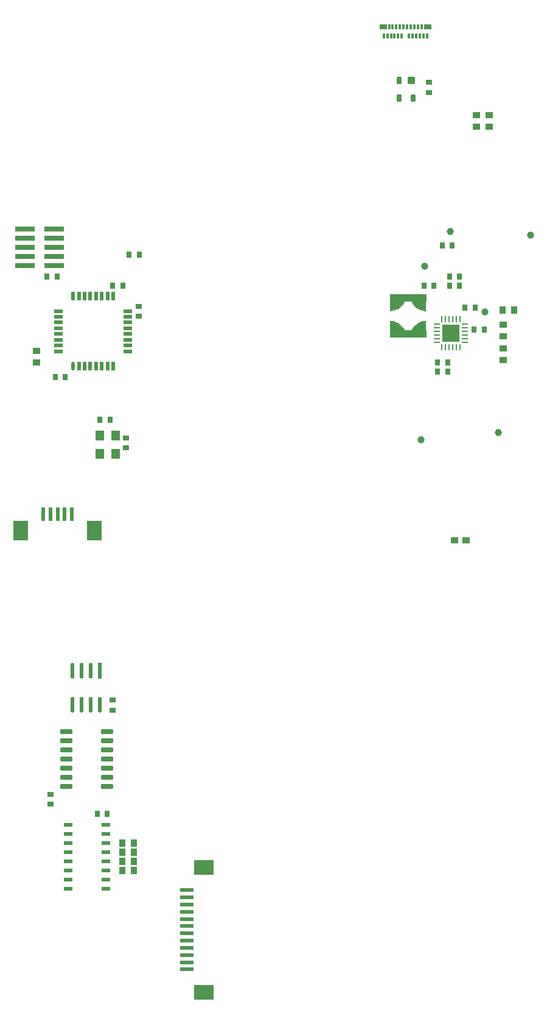
<source format=gtp>
G04*
G04 #@! TF.GenerationSoftware,Altium Limited,CircuitStudio,1.5.2 (30)*
G04*
G04 Layer_Color=7318015*
%FSLAX25Y25*%
%MOIN*%
G70*
G01*
G75*
%ADD12C,0.00394*%
%ADD14C,0.03937*%
%ADD15R,0.03937X0.02756*%
%ADD16R,0.01181X0.02756*%
%ADD17R,0.09646X0.09646*%
%ADD18O,0.03543X0.00984*%
%ADD19O,0.00984X0.03543*%
%ADD20R,0.20276X0.03937*%
%ADD21R,0.02756X0.03543*%
%ADD22R,0.03937X0.03543*%
%ADD23R,0.03543X0.03937*%
%ADD24R,0.03543X0.02756*%
%ADD25R,0.04724X0.05512*%
G04:AMPARAMS|DCode=26|XSize=21.65mil|YSize=49.21mil|CornerRadius=1.95mil|HoleSize=0mil|Usage=FLASHONLY|Rotation=90.000|XOffset=0mil|YOffset=0mil|HoleType=Round|Shape=RoundedRectangle|*
%AMROUNDEDRECTD26*
21,1,0.02165,0.04532,0,0,90.0*
21,1,0.01776,0.04921,0,0,90.0*
1,1,0.00390,0.02266,0.00888*
1,1,0.00390,0.02266,-0.00888*
1,1,0.00390,-0.02266,-0.00888*
1,1,0.00390,-0.02266,0.00888*
%
%ADD26ROUNDEDRECTD26*%
G04:AMPARAMS|DCode=27|XSize=25.59mil|YSize=64.96mil|CornerRadius=1.92mil|HoleSize=0mil|Usage=FLASHONLY|Rotation=270.000|XOffset=0mil|YOffset=0mil|HoleType=Round|Shape=RoundedRectangle|*
%AMROUNDEDRECTD27*
21,1,0.02559,0.06112,0,0,270.0*
21,1,0.02175,0.06496,0,0,270.0*
1,1,0.00384,-0.03056,-0.01088*
1,1,0.00384,-0.03056,0.01088*
1,1,0.00384,0.03056,0.01088*
1,1,0.00384,0.03056,-0.01088*
%
%ADD27ROUNDEDRECTD27*%
%ADD28O,0.01969X0.04724*%
%ADD29R,0.01969X0.04724*%
%ADD30R,0.04724X0.01969*%
%ADD31R,0.04134X0.03740*%
G04:AMPARAMS|DCode=32|XSize=39.37mil|YSize=39.37mil|CornerRadius=1.97mil|HoleSize=0mil|Usage=FLASHONLY|Rotation=0.000|XOffset=0mil|YOffset=0mil|HoleType=Round|Shape=RoundedRectangle|*
%AMROUNDEDRECTD32*
21,1,0.03937,0.03543,0,0,0.0*
21,1,0.03543,0.03937,0,0,0.0*
1,1,0.00394,0.01772,-0.01772*
1,1,0.00394,-0.01772,-0.01772*
1,1,0.00394,-0.01772,0.01772*
1,1,0.00394,0.01772,0.01772*
%
%ADD32ROUNDEDRECTD32*%
G04:AMPARAMS|DCode=33|XSize=23.62mil|YSize=39.37mil|CornerRadius=2.01mil|HoleSize=0mil|Usage=FLASHONLY|Rotation=0.000|XOffset=0mil|YOffset=0mil|HoleType=Round|Shape=RoundedRectangle|*
%AMROUNDEDRECTD33*
21,1,0.02362,0.03535,0,0,0.0*
21,1,0.01961,0.03937,0,0,0.0*
1,1,0.00402,0.00980,-0.01768*
1,1,0.00402,-0.00980,-0.01768*
1,1,0.00402,-0.00980,0.01768*
1,1,0.00402,0.00980,0.01768*
%
%ADD33ROUNDEDRECTD33*%
%ADD34R,0.02303X0.08559*%
G04:AMPARAMS|DCode=35|XSize=85.59mil|YSize=23.03mil|CornerRadius=11.51mil|HoleSize=0mil|Usage=FLASHONLY|Rotation=270.000|XOffset=0mil|YOffset=0mil|HoleType=Round|Shape=RoundedRectangle|*
%AMROUNDEDRECTD35*
21,1,0.08559,0.00000,0,0,270.0*
21,1,0.06257,0.02303,0,0,270.0*
1,1,0.02303,0.00000,-0.03128*
1,1,0.02303,0.00000,0.03128*
1,1,0.02303,0.00000,0.03128*
1,1,0.02303,0.00000,-0.03128*
%
%ADD35ROUNDEDRECTD35*%
%ADD36R,0.10984X0.02913*%
%ADD37R,0.02362X0.07480*%
%ADD38R,0.08268X0.11024*%
%ADD39R,0.11024X0.08268*%
%ADD40R,0.07480X0.02362*%
G36*
X240441Y431984D02*
X231604Y432405D01*
X232100Y434700D01*
X233100Y436700D01*
X235650Y439250D01*
X238400Y440500D01*
X240441Y440646D01*
Y431984D01*
D02*
G37*
G36*
X222600Y440500D02*
X225350Y439250D01*
X227900Y436700D01*
X228900Y434700D01*
X229396Y432405D01*
X220559Y431984D01*
Y440646D01*
X222600Y440500D01*
D02*
G37*
G36*
X240441Y446354D02*
X238400Y446500D01*
X235650Y447750D01*
X233100Y450300D01*
X232100Y452300D01*
X231604Y454595D01*
X240441Y455016D01*
Y446354D01*
D02*
G37*
G36*
X229396Y454595D02*
X228900Y452300D01*
X227900Y450300D01*
X225350Y447750D01*
X222600Y446500D01*
X220559Y446354D01*
Y455016D01*
X229396Y454595D01*
D02*
G37*
D12*
X231741Y433453D02*
X231604Y432405D01*
X240441Y440646D02*
X239423Y440587D01*
X238419Y440412D01*
X237442Y440123D01*
X236504Y439723D01*
X235618Y439218D01*
X234797Y438615D01*
X234050Y437921D01*
X233387Y437146D01*
X232818Y436300D01*
X232350Y435395D01*
X231990Y434441D01*
X231741Y433453D01*
X229396Y432405D02*
X229266Y433419D01*
X229020Y434411D01*
X228661Y435369D01*
X228195Y436278D01*
X227626Y437128D01*
X226964Y437907D01*
X226217Y438604D01*
X225394Y439210D01*
X224506Y439718D01*
X223566Y440120D01*
X222586Y440411D01*
X221580Y440587D01*
X220559Y440646D01*
Y446354D02*
X221580Y446413D01*
X222586Y446590D01*
X223566Y446880D01*
X224506Y447282D01*
X225394Y447790D01*
X226217Y448396D01*
X226964Y449093D01*
X227626Y449872D01*
X228195Y450722D01*
X228661Y451631D01*
X229020Y452589D01*
X229266Y453581D01*
X229396Y454595D01*
X231604D02*
X231734Y453581D01*
X231980Y452589D01*
X232339Y451631D01*
X232805Y450722D01*
X233374Y449872D01*
X234036Y449093D01*
X234784Y448396D01*
X235606Y447790D01*
X236494Y447282D01*
X237434Y446880D01*
X238414Y446590D01*
X239420Y446413D01*
X240441Y446354D01*
D14*
X237500Y375500D02*
D03*
X272500Y445500D02*
D03*
X239500Y470500D02*
D03*
X253500Y489500D02*
D03*
X297500Y487500D02*
D03*
X280000Y379500D02*
D03*
D15*
X216795Y601776D02*
D03*
X241205D02*
D03*
D16*
X237858D02*
D03*
X235890D02*
D03*
X233921D02*
D03*
X231953D02*
D03*
X229984D02*
D03*
X228016D02*
D03*
X226047D02*
D03*
X224079D02*
D03*
X222110D02*
D03*
X220142D02*
D03*
X217189Y596658D02*
D03*
X219158D02*
D03*
X221126D02*
D03*
X223095D02*
D03*
X225063D02*
D03*
X227031D02*
D03*
X230968D02*
D03*
X232937D02*
D03*
X234906D02*
D03*
X236874D02*
D03*
X238843D02*
D03*
X240811D02*
D03*
D17*
X254000Y434000D02*
D03*
D18*
X246323Y429079D02*
D03*
Y431047D02*
D03*
Y433016D02*
D03*
Y434984D02*
D03*
Y436953D02*
D03*
Y438921D02*
D03*
X261677D02*
D03*
Y436953D02*
D03*
Y434984D02*
D03*
Y433016D02*
D03*
Y431047D02*
D03*
Y429079D02*
D03*
D19*
X249079Y441677D02*
D03*
X251047D02*
D03*
X253016D02*
D03*
X254984D02*
D03*
X256953D02*
D03*
X258921D02*
D03*
Y426323D02*
D03*
X256953D02*
D03*
X254984D02*
D03*
X253016D02*
D03*
X251047D02*
D03*
X249079D02*
D03*
D20*
X230500Y433756D02*
D03*
Y453244D02*
D03*
D21*
X239244Y460000D02*
D03*
X244756D02*
D03*
X254756Y482000D02*
D03*
X249244D02*
D03*
X253244Y460000D02*
D03*
X258756D02*
D03*
X258756Y465000D02*
D03*
X253244D02*
D03*
X252256Y418000D02*
D03*
X246744D02*
D03*
X246744Y413000D02*
D03*
X252256D02*
D03*
X272256Y436000D02*
D03*
X266744D02*
D03*
X261744Y448000D02*
D03*
X267256D02*
D03*
X32744Y465000D02*
D03*
X38256D02*
D03*
X60244Y171000D02*
D03*
X65756D02*
D03*
X74256Y460000D02*
D03*
X68744D02*
D03*
X37244Y410000D02*
D03*
X42756D02*
D03*
X67256Y386500D02*
D03*
X61744D02*
D03*
X83256Y477000D02*
D03*
X77744D02*
D03*
D22*
X282500Y432272D02*
D03*
Y438571D02*
D03*
Y425571D02*
D03*
Y419272D02*
D03*
X27000Y424150D02*
D03*
Y417850D02*
D03*
X275000Y546850D02*
D03*
Y553150D02*
D03*
X268000Y546850D02*
D03*
Y553150D02*
D03*
D23*
X288650Y446500D02*
D03*
X282350D02*
D03*
X80150Y155000D02*
D03*
X73850D02*
D03*
X80150Y150000D02*
D03*
X73850D02*
D03*
X80150Y145000D02*
D03*
X73850D02*
D03*
X80150Y140000D02*
D03*
X73850D02*
D03*
D24*
X242000Y571256D02*
D03*
Y565744D02*
D03*
X34500Y176244D02*
D03*
Y181756D02*
D03*
X83000Y448756D02*
D03*
Y443244D02*
D03*
X76000Y376756D02*
D03*
Y371244D02*
D03*
X68500Y233256D02*
D03*
Y227744D02*
D03*
D25*
X70331Y368000D02*
D03*
Y378000D02*
D03*
X61669D02*
D03*
Y368000D02*
D03*
D26*
X64835Y130000D02*
D03*
Y135000D02*
D03*
Y140000D02*
D03*
Y145000D02*
D03*
Y150000D02*
D03*
Y155000D02*
D03*
Y160000D02*
D03*
Y165000D02*
D03*
X44165Y130000D02*
D03*
Y135000D02*
D03*
Y140000D02*
D03*
Y145000D02*
D03*
Y150000D02*
D03*
Y155000D02*
D03*
Y160000D02*
D03*
Y165000D02*
D03*
D27*
X43378Y216000D02*
D03*
Y211000D02*
D03*
Y206000D02*
D03*
Y201000D02*
D03*
Y196000D02*
D03*
Y191000D02*
D03*
Y186000D02*
D03*
X65622Y216000D02*
D03*
Y211000D02*
D03*
Y206000D02*
D03*
Y201000D02*
D03*
Y196000D02*
D03*
Y191000D02*
D03*
Y186000D02*
D03*
D28*
X47000Y416000D02*
D03*
D29*
X50150D02*
D03*
X53299D02*
D03*
X56449D02*
D03*
X59598D02*
D03*
X62748D02*
D03*
X65898D02*
D03*
X69047D02*
D03*
Y454189D02*
D03*
X65898D02*
D03*
X62748D02*
D03*
X59598D02*
D03*
X56449D02*
D03*
X53299D02*
D03*
X50150D02*
D03*
X47000D02*
D03*
D30*
X77118Y424071D02*
D03*
Y427220D02*
D03*
Y430370D02*
D03*
Y433520D02*
D03*
Y436669D02*
D03*
Y439819D02*
D03*
Y442969D02*
D03*
Y446118D02*
D03*
X38929D02*
D03*
Y442969D02*
D03*
Y439819D02*
D03*
Y436669D02*
D03*
Y433520D02*
D03*
Y430370D02*
D03*
Y427220D02*
D03*
Y424071D02*
D03*
D31*
X255850Y320500D02*
D03*
X262150D02*
D03*
D32*
X232453Y572224D02*
D03*
D33*
X225760D02*
D03*
Y562776D02*
D03*
X233240D02*
D03*
D34*
X61500Y249315D02*
D03*
D35*
X56500D02*
D03*
X51500D02*
D03*
X46500D02*
D03*
Y230685D02*
D03*
X51500D02*
D03*
X56500D02*
D03*
X61500D02*
D03*
D36*
X36512Y491086D02*
D03*
Y486086D02*
D03*
Y481086D02*
D03*
Y476086D02*
D03*
Y471086D02*
D03*
X20488D02*
D03*
Y476086D02*
D03*
Y481086D02*
D03*
Y486086D02*
D03*
Y491086D02*
D03*
D37*
X46374Y335126D02*
D03*
X42437D02*
D03*
X38500D02*
D03*
X34563D02*
D03*
X30626D02*
D03*
D38*
X58776Y325874D02*
D03*
X18224D02*
D03*
D39*
X118626Y141555D02*
D03*
Y73445D02*
D03*
D40*
X109374Y129154D02*
D03*
Y125216D02*
D03*
Y121280D02*
D03*
Y117342D02*
D03*
Y113406D02*
D03*
Y109468D02*
D03*
Y105532D02*
D03*
Y101594D02*
D03*
Y97658D02*
D03*
Y93721D02*
D03*
Y89784D02*
D03*
Y85847D02*
D03*
M02*

</source>
